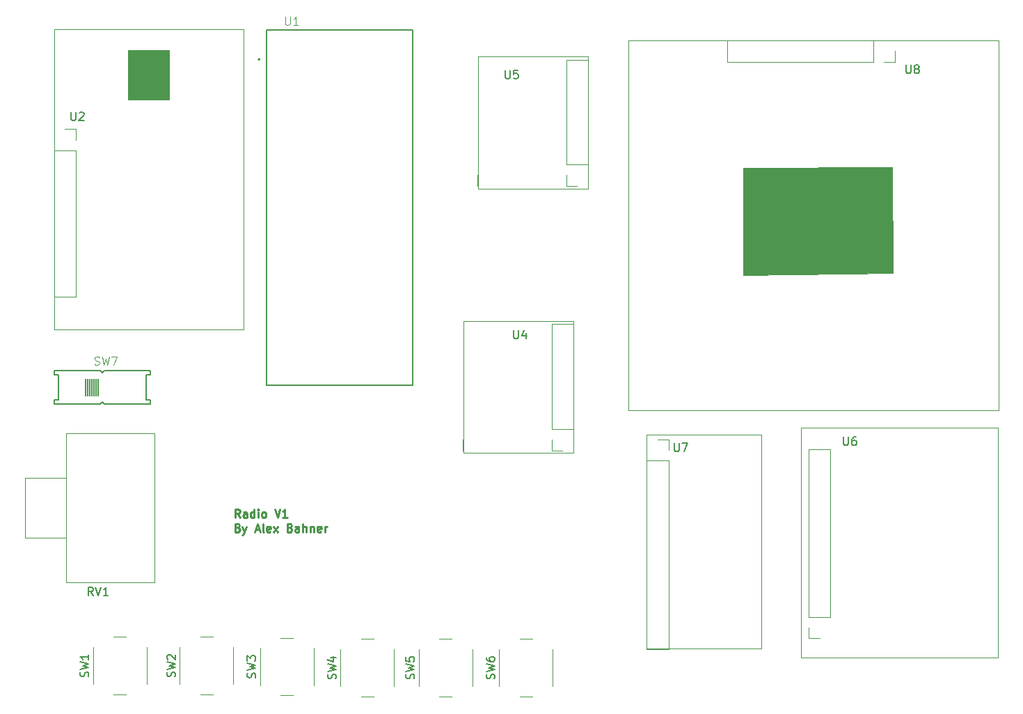
<source format=gbr>
%TF.GenerationSoftware,KiCad,Pcbnew,5.1.6-c6e7f7d~87~ubuntu20.04.1*%
%TF.CreationDate,2020-11-11T00:28:39-05:00*%
%TF.ProjectId,radio,72616469-6f2e-46b6-9963-61645f706362,rev?*%
%TF.SameCoordinates,Original*%
%TF.FileFunction,Legend,Top*%
%TF.FilePolarity,Positive*%
%FSLAX46Y46*%
G04 Gerber Fmt 4.6, Leading zero omitted, Abs format (unit mm)*
G04 Created by KiCad (PCBNEW 5.1.6-c6e7f7d~87~ubuntu20.04.1) date 2020-11-11 00:28:39*
%MOMM*%
%LPD*%
G01*
G04 APERTURE LIST*
%ADD10C,0.250000*%
%ADD11C,0.120000*%
%ADD12C,0.127000*%
%ADD13C,0.200000*%
%ADD14C,0.100000*%
%ADD15C,0.150000*%
%ADD16C,0.015000*%
G04 APERTURE END LIST*
D10*
X75902023Y-110321380D02*
X75568690Y-109845190D01*
X75330595Y-110321380D02*
X75330595Y-109321380D01*
X75711547Y-109321380D01*
X75806785Y-109369000D01*
X75854404Y-109416619D01*
X75902023Y-109511857D01*
X75902023Y-109654714D01*
X75854404Y-109749952D01*
X75806785Y-109797571D01*
X75711547Y-109845190D01*
X75330595Y-109845190D01*
X76759166Y-110321380D02*
X76759166Y-109797571D01*
X76711547Y-109702333D01*
X76616309Y-109654714D01*
X76425833Y-109654714D01*
X76330595Y-109702333D01*
X76759166Y-110273761D02*
X76663928Y-110321380D01*
X76425833Y-110321380D01*
X76330595Y-110273761D01*
X76282976Y-110178523D01*
X76282976Y-110083285D01*
X76330595Y-109988047D01*
X76425833Y-109940428D01*
X76663928Y-109940428D01*
X76759166Y-109892809D01*
X77663928Y-110321380D02*
X77663928Y-109321380D01*
X77663928Y-110273761D02*
X77568690Y-110321380D01*
X77378214Y-110321380D01*
X77282976Y-110273761D01*
X77235357Y-110226142D01*
X77187738Y-110130904D01*
X77187738Y-109845190D01*
X77235357Y-109749952D01*
X77282976Y-109702333D01*
X77378214Y-109654714D01*
X77568690Y-109654714D01*
X77663928Y-109702333D01*
X78140119Y-110321380D02*
X78140119Y-109654714D01*
X78140119Y-109321380D02*
X78092500Y-109369000D01*
X78140119Y-109416619D01*
X78187738Y-109369000D01*
X78140119Y-109321380D01*
X78140119Y-109416619D01*
X78759166Y-110321380D02*
X78663928Y-110273761D01*
X78616309Y-110226142D01*
X78568690Y-110130904D01*
X78568690Y-109845190D01*
X78616309Y-109749952D01*
X78663928Y-109702333D01*
X78759166Y-109654714D01*
X78902023Y-109654714D01*
X78997261Y-109702333D01*
X79044880Y-109749952D01*
X79092500Y-109845190D01*
X79092500Y-110130904D01*
X79044880Y-110226142D01*
X78997261Y-110273761D01*
X78902023Y-110321380D01*
X78759166Y-110321380D01*
X80140119Y-109321380D02*
X80473452Y-110321380D01*
X80806785Y-109321380D01*
X81663928Y-110321380D02*
X81092500Y-110321380D01*
X81378214Y-110321380D02*
X81378214Y-109321380D01*
X81282976Y-109464238D01*
X81187738Y-109559476D01*
X81092500Y-109607095D01*
X75663928Y-111547571D02*
X75806785Y-111595190D01*
X75854404Y-111642809D01*
X75902023Y-111738047D01*
X75902023Y-111880904D01*
X75854404Y-111976142D01*
X75806785Y-112023761D01*
X75711547Y-112071380D01*
X75330595Y-112071380D01*
X75330595Y-111071380D01*
X75663928Y-111071380D01*
X75759166Y-111119000D01*
X75806785Y-111166619D01*
X75854404Y-111261857D01*
X75854404Y-111357095D01*
X75806785Y-111452333D01*
X75759166Y-111499952D01*
X75663928Y-111547571D01*
X75330595Y-111547571D01*
X76235357Y-111404714D02*
X76473452Y-112071380D01*
X76711547Y-111404714D02*
X76473452Y-112071380D01*
X76378214Y-112309476D01*
X76330595Y-112357095D01*
X76235357Y-112404714D01*
X77806785Y-111785666D02*
X78282976Y-111785666D01*
X77711547Y-112071380D02*
X78044880Y-111071380D01*
X78378214Y-112071380D01*
X78854404Y-112071380D02*
X78759166Y-112023761D01*
X78711547Y-111928523D01*
X78711547Y-111071380D01*
X79616309Y-112023761D02*
X79521071Y-112071380D01*
X79330595Y-112071380D01*
X79235357Y-112023761D01*
X79187738Y-111928523D01*
X79187738Y-111547571D01*
X79235357Y-111452333D01*
X79330595Y-111404714D01*
X79521071Y-111404714D01*
X79616309Y-111452333D01*
X79663928Y-111547571D01*
X79663928Y-111642809D01*
X79187738Y-111738047D01*
X79997261Y-112071380D02*
X80521071Y-111404714D01*
X79997261Y-111404714D02*
X80521071Y-112071380D01*
X81997261Y-111547571D02*
X82140119Y-111595190D01*
X82187738Y-111642809D01*
X82235357Y-111738047D01*
X82235357Y-111880904D01*
X82187738Y-111976142D01*
X82140119Y-112023761D01*
X82044880Y-112071380D01*
X81663928Y-112071380D01*
X81663928Y-111071380D01*
X81997261Y-111071380D01*
X82092500Y-111119000D01*
X82140119Y-111166619D01*
X82187738Y-111261857D01*
X82187738Y-111357095D01*
X82140119Y-111452333D01*
X82092500Y-111499952D01*
X81997261Y-111547571D01*
X81663928Y-111547571D01*
X83092500Y-112071380D02*
X83092500Y-111547571D01*
X83044880Y-111452333D01*
X82949642Y-111404714D01*
X82759166Y-111404714D01*
X82663928Y-111452333D01*
X83092500Y-112023761D02*
X82997261Y-112071380D01*
X82759166Y-112071380D01*
X82663928Y-112023761D01*
X82616309Y-111928523D01*
X82616309Y-111833285D01*
X82663928Y-111738047D01*
X82759166Y-111690428D01*
X82997261Y-111690428D01*
X83092500Y-111642809D01*
X83568690Y-112071380D02*
X83568690Y-111071380D01*
X83997261Y-112071380D02*
X83997261Y-111547571D01*
X83949642Y-111452333D01*
X83854404Y-111404714D01*
X83711547Y-111404714D01*
X83616309Y-111452333D01*
X83568690Y-111499952D01*
X84473452Y-111404714D02*
X84473452Y-112071380D01*
X84473452Y-111499952D02*
X84521071Y-111452333D01*
X84616309Y-111404714D01*
X84759166Y-111404714D01*
X84854404Y-111452333D01*
X84902023Y-111547571D01*
X84902023Y-112071380D01*
X85759166Y-112023761D02*
X85663928Y-112071380D01*
X85473452Y-112071380D01*
X85378214Y-112023761D01*
X85330595Y-111928523D01*
X85330595Y-111547571D01*
X85378214Y-111452333D01*
X85473452Y-111404714D01*
X85663928Y-111404714D01*
X85759166Y-111452333D01*
X85806785Y-111547571D01*
X85806785Y-111642809D01*
X85330595Y-111738047D01*
X86235357Y-112071380D02*
X86235357Y-111404714D01*
X86235357Y-111595190D02*
X86282976Y-111499952D01*
X86330595Y-111452333D01*
X86425833Y-111404714D01*
X86521071Y-111404714D01*
D11*
%TO.C,U5*%
X104907000Y-70358000D02*
X118237000Y-70358000D01*
X104907000Y-54308000D02*
X104907000Y-70358000D01*
X118237000Y-54308000D02*
X104907000Y-54308000D01*
X118237000Y-70358000D02*
X118237000Y-54308000D01*
X118267000Y-67438000D02*
X115607000Y-67438000D01*
X118267000Y-67438000D02*
X118267000Y-54678000D01*
X118267000Y-54678000D02*
X115607000Y-54678000D01*
X115607000Y-67438000D02*
X115607000Y-54678000D01*
X115607000Y-70038000D02*
X115607000Y-68708000D01*
X116937000Y-70038000D02*
X115607000Y-70038000D01*
X104807000Y-70038000D02*
X104807000Y-68708000D01*
D12*
%TO.C,U1*%
X79121000Y-51054000D02*
X96901000Y-51054000D01*
X96901000Y-51054000D02*
X96901000Y-94234000D01*
X96901000Y-94234000D02*
X79121000Y-94234000D01*
X79121000Y-94234000D02*
X79121000Y-51054000D01*
D13*
X78361000Y-54644000D02*
G75*
G03*
X78361000Y-54644000I-100000J0D01*
G01*
D11*
%TO.C,RV1*%
X65494000Y-118210000D02*
X54754000Y-118210000D01*
X65494000Y-100070000D02*
X54754000Y-100070000D01*
X65494000Y-118210000D02*
X65494000Y-100070000D01*
X54754000Y-118210000D02*
X54754000Y-100070000D01*
X54754000Y-112760000D02*
X49754000Y-112760000D01*
X54754000Y-105520000D02*
X49754000Y-105520000D01*
X54754000Y-112760000D02*
X54754000Y-105520000D01*
X49754000Y-112760000D02*
X49754000Y-105520000D01*
X49754000Y-112260000D02*
X49754000Y-106019000D01*
D14*
%TO.C,U8*%
G36*
X155390000Y-80624000D02*
G01*
X137190000Y-80824000D01*
X137190000Y-67824000D01*
X155290000Y-67724000D01*
X155390000Y-80624000D01*
G37*
X155390000Y-80624000D02*
X137190000Y-80824000D01*
X137190000Y-67824000D01*
X155290000Y-67724000D01*
X155390000Y-80624000D01*
D11*
X155620000Y-53624000D02*
X155620000Y-54954000D01*
X155620000Y-54954000D02*
X154290000Y-54954000D01*
X153020000Y-54954000D02*
X135180000Y-54954000D01*
X135180000Y-52294000D02*
X135180000Y-54954000D01*
X153020000Y-52294000D02*
X135180000Y-52294000D01*
X153020000Y-52294000D02*
X153020000Y-54954000D01*
X123190000Y-52324000D02*
X123190000Y-97324000D01*
X123190000Y-97324000D02*
X168190000Y-97324000D01*
X168190000Y-97324000D02*
X168190000Y-52324000D01*
X168190000Y-52324000D02*
X123190000Y-52324000D01*
%TO.C,U7*%
X125349000Y-100238000D02*
X125349000Y-126238000D01*
X139349000Y-100238000D02*
X125349000Y-100238000D01*
X139349000Y-126238000D02*
X139349000Y-100238000D01*
X125349000Y-126238000D02*
X139349000Y-126238000D01*
X125419000Y-103408000D02*
X128079000Y-103408000D01*
X125419000Y-103408000D02*
X125419000Y-126328000D01*
X125419000Y-126328000D02*
X128079000Y-126328000D01*
X128079000Y-103408000D02*
X128079000Y-126328000D01*
X128079000Y-100808000D02*
X128079000Y-102138000D01*
X126749000Y-100808000D02*
X128079000Y-100808000D01*
%TO.C,U6*%
X144145000Y-99381000D02*
X144145000Y-127381000D01*
X168145000Y-99381000D02*
X144145000Y-99381000D01*
X168145000Y-127381000D02*
X168145000Y-99381000D01*
X144145000Y-127381000D02*
X168145000Y-127381000D01*
X147775000Y-122411000D02*
X145115000Y-122411000D01*
X147775000Y-122411000D02*
X147775000Y-102031000D01*
X147775000Y-102031000D02*
X145115000Y-102031000D01*
X145115000Y-122411000D02*
X145115000Y-102031000D01*
X145115000Y-125011000D02*
X145115000Y-123681000D01*
X146445000Y-125011000D02*
X145115000Y-125011000D01*
%TO.C,U4*%
X103129000Y-102489000D02*
X116459000Y-102489000D01*
X103129000Y-86439000D02*
X103129000Y-102489000D01*
X116459000Y-86439000D02*
X103129000Y-86439000D01*
X116459000Y-102489000D02*
X116459000Y-86439000D01*
X116489000Y-99569000D02*
X113829000Y-99569000D01*
X116489000Y-99569000D02*
X116489000Y-86809000D01*
X116489000Y-86809000D02*
X113829000Y-86809000D01*
X113829000Y-99569000D02*
X113829000Y-86809000D01*
X113829000Y-102169000D02*
X113829000Y-100839000D01*
X115159000Y-102169000D02*
X113829000Y-102169000D01*
X103029000Y-102169000D02*
X103029000Y-100839000D01*
D14*
%TO.C,U2*%
G36*
X67340000Y-53503000D02*
G01*
X67340000Y-59503000D01*
X62340000Y-59503000D01*
X62340000Y-53503000D01*
X67340000Y-53503000D01*
G37*
X67340000Y-53503000D02*
X67340000Y-59503000D01*
X62340000Y-59503000D01*
X62340000Y-53503000D01*
X67340000Y-53503000D01*
D11*
X53340000Y-51003000D02*
X53340000Y-87503000D01*
X76340000Y-51003000D02*
X53340000Y-51003000D01*
X76340000Y-87503000D02*
X76340000Y-51003000D01*
X53340000Y-87503000D02*
X76340000Y-87503000D01*
X53310000Y-65673000D02*
X55970000Y-65673000D01*
X53310000Y-65673000D02*
X53310000Y-83513000D01*
X53310000Y-83513000D02*
X55970000Y-83513000D01*
X55970000Y-65673000D02*
X55970000Y-83513000D01*
X55970000Y-63073000D02*
X55970000Y-64403000D01*
X54640000Y-63073000D02*
X55970000Y-63073000D01*
D12*
%TO.C,SW7*%
X58674000Y-93472000D02*
X58674000Y-95504000D01*
X58420000Y-95504000D02*
X58420000Y-93472000D01*
X58166000Y-93472000D02*
X58166000Y-95504000D01*
X57912000Y-95504000D02*
X57912000Y-93472000D01*
X57658000Y-93472000D02*
X57658000Y-95504000D01*
X57404000Y-95504000D02*
X57404000Y-93472000D01*
X57150000Y-93472000D02*
X57150000Y-95504000D01*
X53340000Y-92964000D02*
X53340000Y-92456000D01*
X53848000Y-92964000D02*
X53340000Y-92964000D01*
X53848000Y-96012000D02*
X53848000Y-92964000D01*
X53340000Y-96012000D02*
X53848000Y-96012000D01*
X53340000Y-96520000D02*
X53340000Y-96012000D01*
X58928000Y-96520000D02*
X53340000Y-96520000D01*
X59182000Y-96266000D02*
X58928000Y-96520000D01*
X59436000Y-96520000D02*
X59182000Y-96266000D01*
X65024000Y-96520000D02*
X59436000Y-96520000D01*
X65024000Y-96012000D02*
X65024000Y-96520000D01*
X64516000Y-96012000D02*
X65024000Y-96012000D01*
X64516000Y-92964000D02*
X64516000Y-96012000D01*
X65024000Y-92964000D02*
X64516000Y-92964000D01*
X65024000Y-92456000D02*
X65024000Y-92964000D01*
X59436000Y-92456000D02*
X65024000Y-92456000D01*
X59182000Y-92710000D02*
X59436000Y-92456000D01*
X58928000Y-92456000D02*
X59182000Y-92710000D01*
X53340000Y-92456000D02*
X58928000Y-92456000D01*
D11*
%TO.C,SW6*%
X113958000Y-130826000D02*
X113958000Y-126326000D01*
X109958000Y-132076000D02*
X111458000Y-132076000D01*
X107458000Y-126326000D02*
X107458000Y-130826000D01*
X111458000Y-125076000D02*
X109958000Y-125076000D01*
%TO.C,SW5*%
X104179000Y-130826000D02*
X104179000Y-126326000D01*
X100179000Y-132076000D02*
X101679000Y-132076000D01*
X97679000Y-126326000D02*
X97679000Y-130826000D01*
X101679000Y-125076000D02*
X100179000Y-125076000D01*
%TO.C,SW4*%
X94654000Y-130826000D02*
X94654000Y-126326000D01*
X90654000Y-132076000D02*
X92154000Y-132076000D01*
X88154000Y-126326000D02*
X88154000Y-130826000D01*
X92154000Y-125076000D02*
X90654000Y-125076000D01*
%TO.C,SW3*%
X84875000Y-130699000D02*
X84875000Y-126199000D01*
X80875000Y-131949000D02*
X82375000Y-131949000D01*
X78375000Y-126199000D02*
X78375000Y-130699000D01*
X82375000Y-124949000D02*
X80875000Y-124949000D01*
%TO.C,SW2*%
X75096000Y-130572000D02*
X75096000Y-126072000D01*
X71096000Y-131822000D02*
X72596000Y-131822000D01*
X68596000Y-126072000D02*
X68596000Y-130572000D01*
X72596000Y-124822000D02*
X71096000Y-124822000D01*
%TO.C,SW1*%
X64555000Y-130572000D02*
X64555000Y-126072000D01*
X60555000Y-131822000D02*
X62055000Y-131822000D01*
X58055000Y-126072000D02*
X58055000Y-130572000D01*
X62055000Y-124822000D02*
X60555000Y-124822000D01*
%TO.C,U5*%
D15*
X108204095Y-55967380D02*
X108204095Y-56776904D01*
X108251714Y-56872142D01*
X108299333Y-56919761D01*
X108394571Y-56967380D01*
X108585047Y-56967380D01*
X108680285Y-56919761D01*
X108727904Y-56872142D01*
X108775523Y-56776904D01*
X108775523Y-55967380D01*
X109727904Y-55967380D02*
X109251714Y-55967380D01*
X109204095Y-56443571D01*
X109251714Y-56395952D01*
X109346952Y-56348333D01*
X109585047Y-56348333D01*
X109680285Y-56395952D01*
X109727904Y-56443571D01*
X109775523Y-56538809D01*
X109775523Y-56776904D01*
X109727904Y-56872142D01*
X109680285Y-56919761D01*
X109585047Y-56967380D01*
X109346952Y-56967380D01*
X109251714Y-56919761D01*
X109204095Y-56872142D01*
%TO.C,U1*%
D16*
X81424095Y-49461380D02*
X81424095Y-50270904D01*
X81471714Y-50366142D01*
X81519333Y-50413761D01*
X81614571Y-50461380D01*
X81805047Y-50461380D01*
X81900285Y-50413761D01*
X81947904Y-50366142D01*
X81995523Y-50270904D01*
X81995523Y-49461380D01*
X82995523Y-50461380D02*
X82424095Y-50461380D01*
X82709809Y-50461380D02*
X82709809Y-49461380D01*
X82614571Y-49604238D01*
X82519333Y-49699476D01*
X82424095Y-49747095D01*
%TO.C,RV1*%
D15*
X58078761Y-119792380D02*
X57745428Y-119316190D01*
X57507333Y-119792380D02*
X57507333Y-118792380D01*
X57888285Y-118792380D01*
X57983523Y-118840000D01*
X58031142Y-118887619D01*
X58078761Y-118982857D01*
X58078761Y-119125714D01*
X58031142Y-119220952D01*
X57983523Y-119268571D01*
X57888285Y-119316190D01*
X57507333Y-119316190D01*
X58364476Y-118792380D02*
X58697809Y-119792380D01*
X59031142Y-118792380D01*
X59888285Y-119792380D02*
X59316857Y-119792380D01*
X59602571Y-119792380D02*
X59602571Y-118792380D01*
X59507333Y-118935238D01*
X59412095Y-119030476D01*
X59316857Y-119078095D01*
%TO.C,U8*%
X156972095Y-55332380D02*
X156972095Y-56141904D01*
X157019714Y-56237142D01*
X157067333Y-56284761D01*
X157162571Y-56332380D01*
X157353047Y-56332380D01*
X157448285Y-56284761D01*
X157495904Y-56237142D01*
X157543523Y-56141904D01*
X157543523Y-55332380D01*
X158162571Y-55760952D02*
X158067333Y-55713333D01*
X158019714Y-55665714D01*
X157972095Y-55570476D01*
X157972095Y-55522857D01*
X158019714Y-55427619D01*
X158067333Y-55380000D01*
X158162571Y-55332380D01*
X158353047Y-55332380D01*
X158448285Y-55380000D01*
X158495904Y-55427619D01*
X158543523Y-55522857D01*
X158543523Y-55570476D01*
X158495904Y-55665714D01*
X158448285Y-55713333D01*
X158353047Y-55760952D01*
X158162571Y-55760952D01*
X158067333Y-55808571D01*
X158019714Y-55856190D01*
X157972095Y-55951428D01*
X157972095Y-56141904D01*
X158019714Y-56237142D01*
X158067333Y-56284761D01*
X158162571Y-56332380D01*
X158353047Y-56332380D01*
X158448285Y-56284761D01*
X158495904Y-56237142D01*
X158543523Y-56141904D01*
X158543523Y-55951428D01*
X158495904Y-55856190D01*
X158448285Y-55808571D01*
X158353047Y-55760952D01*
%TO.C,U7*%
X128778095Y-101306380D02*
X128778095Y-102115904D01*
X128825714Y-102211142D01*
X128873333Y-102258761D01*
X128968571Y-102306380D01*
X129159047Y-102306380D01*
X129254285Y-102258761D01*
X129301904Y-102211142D01*
X129349523Y-102115904D01*
X129349523Y-101306380D01*
X129730476Y-101306380D02*
X130397142Y-101306380D01*
X129968571Y-102306380D01*
%TO.C,U6*%
X149352095Y-100544380D02*
X149352095Y-101353904D01*
X149399714Y-101449142D01*
X149447333Y-101496761D01*
X149542571Y-101544380D01*
X149733047Y-101544380D01*
X149828285Y-101496761D01*
X149875904Y-101449142D01*
X149923523Y-101353904D01*
X149923523Y-100544380D01*
X150828285Y-100544380D02*
X150637809Y-100544380D01*
X150542571Y-100592000D01*
X150494952Y-100639619D01*
X150399714Y-100782476D01*
X150352095Y-100972952D01*
X150352095Y-101353904D01*
X150399714Y-101449142D01*
X150447333Y-101496761D01*
X150542571Y-101544380D01*
X150733047Y-101544380D01*
X150828285Y-101496761D01*
X150875904Y-101449142D01*
X150923523Y-101353904D01*
X150923523Y-101115809D01*
X150875904Y-101020571D01*
X150828285Y-100972952D01*
X150733047Y-100925333D01*
X150542571Y-100925333D01*
X150447333Y-100972952D01*
X150399714Y-101020571D01*
X150352095Y-101115809D01*
%TO.C,U4*%
X109220095Y-87590380D02*
X109220095Y-88399904D01*
X109267714Y-88495142D01*
X109315333Y-88542761D01*
X109410571Y-88590380D01*
X109601047Y-88590380D01*
X109696285Y-88542761D01*
X109743904Y-88495142D01*
X109791523Y-88399904D01*
X109791523Y-87590380D01*
X110696285Y-87923714D02*
X110696285Y-88590380D01*
X110458190Y-87542761D02*
X110220095Y-88257047D01*
X110839142Y-88257047D01*
%TO.C,U2*%
X55372095Y-61047380D02*
X55372095Y-61856904D01*
X55419714Y-61952142D01*
X55467333Y-61999761D01*
X55562571Y-62047380D01*
X55753047Y-62047380D01*
X55848285Y-61999761D01*
X55895904Y-61952142D01*
X55943523Y-61856904D01*
X55943523Y-61047380D01*
X56372095Y-61142619D02*
X56419714Y-61095000D01*
X56514952Y-61047380D01*
X56753047Y-61047380D01*
X56848285Y-61095000D01*
X56895904Y-61142619D01*
X56943523Y-61237857D01*
X56943523Y-61333095D01*
X56895904Y-61475952D01*
X56324476Y-62047380D01*
X56943523Y-62047380D01*
%TO.C,SW7*%
D16*
X58229666Y-91717761D02*
X58372523Y-91765380D01*
X58610619Y-91765380D01*
X58705857Y-91717761D01*
X58753476Y-91670142D01*
X58801095Y-91574904D01*
X58801095Y-91479666D01*
X58753476Y-91384428D01*
X58705857Y-91336809D01*
X58610619Y-91289190D01*
X58420142Y-91241571D01*
X58324904Y-91193952D01*
X58277285Y-91146333D01*
X58229666Y-91051095D01*
X58229666Y-90955857D01*
X58277285Y-90860619D01*
X58324904Y-90813000D01*
X58420142Y-90765380D01*
X58658238Y-90765380D01*
X58801095Y-90813000D01*
X59134428Y-90765380D02*
X59372523Y-91765380D01*
X59563000Y-91051095D01*
X59753476Y-91765380D01*
X59991571Y-90765380D01*
X60277285Y-90765380D02*
X60943952Y-90765380D01*
X60515380Y-91765380D01*
%TO.C,SW6*%
D15*
X106862761Y-129909333D02*
X106910380Y-129766476D01*
X106910380Y-129528380D01*
X106862761Y-129433142D01*
X106815142Y-129385523D01*
X106719904Y-129337904D01*
X106624666Y-129337904D01*
X106529428Y-129385523D01*
X106481809Y-129433142D01*
X106434190Y-129528380D01*
X106386571Y-129718857D01*
X106338952Y-129814095D01*
X106291333Y-129861714D01*
X106196095Y-129909333D01*
X106100857Y-129909333D01*
X106005619Y-129861714D01*
X105958000Y-129814095D01*
X105910380Y-129718857D01*
X105910380Y-129480761D01*
X105958000Y-129337904D01*
X105910380Y-129004571D02*
X106910380Y-128766476D01*
X106196095Y-128576000D01*
X106910380Y-128385523D01*
X105910380Y-128147428D01*
X105910380Y-127337904D02*
X105910380Y-127528380D01*
X105958000Y-127623619D01*
X106005619Y-127671238D01*
X106148476Y-127766476D01*
X106338952Y-127814095D01*
X106719904Y-127814095D01*
X106815142Y-127766476D01*
X106862761Y-127718857D01*
X106910380Y-127623619D01*
X106910380Y-127433142D01*
X106862761Y-127337904D01*
X106815142Y-127290285D01*
X106719904Y-127242666D01*
X106481809Y-127242666D01*
X106386571Y-127290285D01*
X106338952Y-127337904D01*
X106291333Y-127433142D01*
X106291333Y-127623619D01*
X106338952Y-127718857D01*
X106386571Y-127766476D01*
X106481809Y-127814095D01*
%TO.C,SW5*%
X97083761Y-129909333D02*
X97131380Y-129766476D01*
X97131380Y-129528380D01*
X97083761Y-129433142D01*
X97036142Y-129385523D01*
X96940904Y-129337904D01*
X96845666Y-129337904D01*
X96750428Y-129385523D01*
X96702809Y-129433142D01*
X96655190Y-129528380D01*
X96607571Y-129718857D01*
X96559952Y-129814095D01*
X96512333Y-129861714D01*
X96417095Y-129909333D01*
X96321857Y-129909333D01*
X96226619Y-129861714D01*
X96179000Y-129814095D01*
X96131380Y-129718857D01*
X96131380Y-129480761D01*
X96179000Y-129337904D01*
X96131380Y-129004571D02*
X97131380Y-128766476D01*
X96417095Y-128576000D01*
X97131380Y-128385523D01*
X96131380Y-128147428D01*
X96131380Y-127290285D02*
X96131380Y-127766476D01*
X96607571Y-127814095D01*
X96559952Y-127766476D01*
X96512333Y-127671238D01*
X96512333Y-127433142D01*
X96559952Y-127337904D01*
X96607571Y-127290285D01*
X96702809Y-127242666D01*
X96940904Y-127242666D01*
X97036142Y-127290285D01*
X97083761Y-127337904D01*
X97131380Y-127433142D01*
X97131380Y-127671238D01*
X97083761Y-127766476D01*
X97036142Y-127814095D01*
%TO.C,SW4*%
X87558761Y-129909333D02*
X87606380Y-129766476D01*
X87606380Y-129528380D01*
X87558761Y-129433142D01*
X87511142Y-129385523D01*
X87415904Y-129337904D01*
X87320666Y-129337904D01*
X87225428Y-129385523D01*
X87177809Y-129433142D01*
X87130190Y-129528380D01*
X87082571Y-129718857D01*
X87034952Y-129814095D01*
X86987333Y-129861714D01*
X86892095Y-129909333D01*
X86796857Y-129909333D01*
X86701619Y-129861714D01*
X86654000Y-129814095D01*
X86606380Y-129718857D01*
X86606380Y-129480761D01*
X86654000Y-129337904D01*
X86606380Y-129004571D02*
X87606380Y-128766476D01*
X86892095Y-128576000D01*
X87606380Y-128385523D01*
X86606380Y-128147428D01*
X86939714Y-127337904D02*
X87606380Y-127337904D01*
X86558761Y-127576000D02*
X87273047Y-127814095D01*
X87273047Y-127195047D01*
%TO.C,SW3*%
X77779761Y-129782333D02*
X77827380Y-129639476D01*
X77827380Y-129401380D01*
X77779761Y-129306142D01*
X77732142Y-129258523D01*
X77636904Y-129210904D01*
X77541666Y-129210904D01*
X77446428Y-129258523D01*
X77398809Y-129306142D01*
X77351190Y-129401380D01*
X77303571Y-129591857D01*
X77255952Y-129687095D01*
X77208333Y-129734714D01*
X77113095Y-129782333D01*
X77017857Y-129782333D01*
X76922619Y-129734714D01*
X76875000Y-129687095D01*
X76827380Y-129591857D01*
X76827380Y-129353761D01*
X76875000Y-129210904D01*
X76827380Y-128877571D02*
X77827380Y-128639476D01*
X77113095Y-128449000D01*
X77827380Y-128258523D01*
X76827380Y-128020428D01*
X76827380Y-127734714D02*
X76827380Y-127115666D01*
X77208333Y-127449000D01*
X77208333Y-127306142D01*
X77255952Y-127210904D01*
X77303571Y-127163285D01*
X77398809Y-127115666D01*
X77636904Y-127115666D01*
X77732142Y-127163285D01*
X77779761Y-127210904D01*
X77827380Y-127306142D01*
X77827380Y-127591857D01*
X77779761Y-127687095D01*
X77732142Y-127734714D01*
%TO.C,SW2*%
X68000761Y-129655333D02*
X68048380Y-129512476D01*
X68048380Y-129274380D01*
X68000761Y-129179142D01*
X67953142Y-129131523D01*
X67857904Y-129083904D01*
X67762666Y-129083904D01*
X67667428Y-129131523D01*
X67619809Y-129179142D01*
X67572190Y-129274380D01*
X67524571Y-129464857D01*
X67476952Y-129560095D01*
X67429333Y-129607714D01*
X67334095Y-129655333D01*
X67238857Y-129655333D01*
X67143619Y-129607714D01*
X67096000Y-129560095D01*
X67048380Y-129464857D01*
X67048380Y-129226761D01*
X67096000Y-129083904D01*
X67048380Y-128750571D02*
X68048380Y-128512476D01*
X67334095Y-128322000D01*
X68048380Y-128131523D01*
X67048380Y-127893428D01*
X67143619Y-127560095D02*
X67096000Y-127512476D01*
X67048380Y-127417238D01*
X67048380Y-127179142D01*
X67096000Y-127083904D01*
X67143619Y-127036285D01*
X67238857Y-126988666D01*
X67334095Y-126988666D01*
X67476952Y-127036285D01*
X68048380Y-127607714D01*
X68048380Y-126988666D01*
%TO.C,SW1*%
X57459761Y-129655333D02*
X57507380Y-129512476D01*
X57507380Y-129274380D01*
X57459761Y-129179142D01*
X57412142Y-129131523D01*
X57316904Y-129083904D01*
X57221666Y-129083904D01*
X57126428Y-129131523D01*
X57078809Y-129179142D01*
X57031190Y-129274380D01*
X56983571Y-129464857D01*
X56935952Y-129560095D01*
X56888333Y-129607714D01*
X56793095Y-129655333D01*
X56697857Y-129655333D01*
X56602619Y-129607714D01*
X56555000Y-129560095D01*
X56507380Y-129464857D01*
X56507380Y-129226761D01*
X56555000Y-129083904D01*
X56507380Y-128750571D02*
X57507380Y-128512476D01*
X56793095Y-128322000D01*
X57507380Y-128131523D01*
X56507380Y-127893428D01*
X57507380Y-126988666D02*
X57507380Y-127560095D01*
X57507380Y-127274380D02*
X56507380Y-127274380D01*
X56650238Y-127369619D01*
X56745476Y-127464857D01*
X56793095Y-127560095D01*
%TD*%
M02*

</source>
